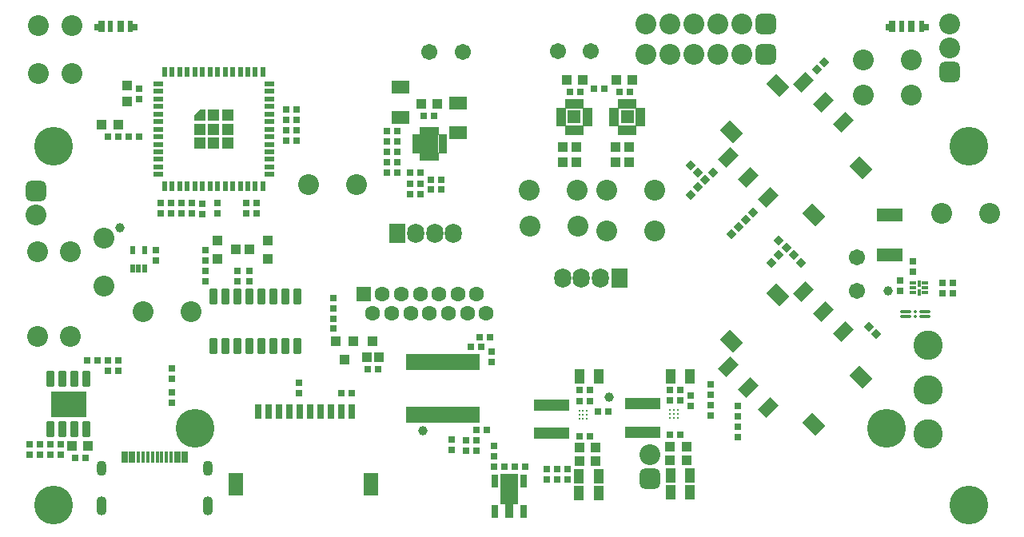
<source format=gts>
G04*
G04 #@! TF.GenerationSoftware,Altium Limited,Altium Designer,18.1.7 (191)*
G04*
G04 Layer_Color=8388736*
%FSLAX44Y44*%
%MOMM*%
G71*
G01*
G75*
%ADD49R,0.5500X1.3000*%
%ADD59R,0.8032X0.8032*%
G04:AMPARAMS|DCode=60|XSize=1.7532mm|YSize=0.8732mm|CornerRadius=0.1351mm|HoleSize=0mm|Usage=FLASHONLY|Rotation=90.000|XOffset=0mm|YOffset=0mm|HoleType=Round|Shape=RoundedRectangle|*
%AMROUNDEDRECTD60*
21,1,1.7532,0.6030,0,0,90.0*
21,1,1.4830,0.8732,0,0,90.0*
1,1,0.2702,0.3015,0.7415*
1,1,0.2702,0.3015,-0.7415*
1,1,0.2702,-0.3015,-0.7415*
1,1,0.2702,-0.3015,0.7415*
%
%ADD60ROUNDEDRECTD60*%
%ADD61R,0.8032X0.8032*%
%ADD62R,0.5000X0.8500*%
%ADD63R,1.0032X0.6032*%
%ADD64R,0.6032X1.0032*%
%ADD65R,0.6032X0.6032*%
%ADD66R,1.2032X1.2032*%
%ADD67R,0.6000X1.3000*%
%ADD68R,0.8000X1.3000*%
%ADD69R,0.6500X1.3000*%
%ADD70R,1.1000X0.6500*%
%ADD71R,1.1032X1.1032*%
%ADD72R,1.1032X1.1032*%
%ADD73R,1.1032X1.0032*%
%ADD74R,1.9032X1.3532*%
%ADD75R,0.8332X0.5032*%
%ADD76R,0.5032X0.8332*%
%ADD77R,1.9532X1.9532*%
%ADD78R,1.4332X1.4332*%
%ADD79R,1.0032X0.5032*%
%ADD80R,0.5032X1.0032*%
G04:AMPARAMS|DCode=81|XSize=1.8mm|YSize=1.3mm|CornerRadius=0mm|HoleSize=0mm|Usage=FLASHONLY|Rotation=225.000|XOffset=0mm|YOffset=0mm|HoleType=Round|Shape=Rectangle|*
%AMROTATEDRECTD81*
4,1,4,0.1768,1.0960,1.0960,0.1768,-0.1768,-1.0960,-1.0960,-0.1768,0.1768,1.0960,0.0*
%
%ADD81ROTATEDRECTD81*%

G04:AMPARAMS|DCode=82|XSize=1.5mm|YSize=2mm|CornerRadius=0mm|HoleSize=0mm|Usage=FLASHONLY|Rotation=225.000|XOffset=0mm|YOffset=0mm|HoleType=Round|Shape=Rectangle|*
%AMROTATEDRECTD82*
4,1,4,-0.1768,1.2374,1.2374,-0.1768,0.1768,-1.2374,-1.2374,0.1768,-0.1768,1.2374,0.0*
%
%ADD82ROTATEDRECTD82*%

%ADD83P,1.1359X4X360.0*%
%ADD84P,1.1359X4X270.0*%
%ADD85R,2.7032X1.4032*%
%ADD86R,0.4500X0.7300*%
%ADD87R,0.6800X0.4000*%
%ADD88O,1.3500X0.3500*%
%ADD89C,0.3500*%
%ADD90O,1.3500X0.3500*%
%ADD91R,1.1032X1.5032*%
%ADD92C,0.3300*%
%ADD93R,3.8000X1.2000*%
%ADD94C,1.0032*%
%ADD95R,1.9500X3.2250*%
%ADD96R,0.6500X1.4000*%
%ADD97R,0.9000X1.6000*%
%ADD98R,1.0032X1.1032*%
%ADD99R,0.6532X1.7532*%
%ADD100R,0.7000X1.6000*%
%ADD101R,1.6000X2.4400*%
%ADD102R,3.7132X2.8232*%
G04:AMPARAMS|DCode=103|XSize=1.7532mm|YSize=0.8032mm|CornerRadius=0.1316mm|HoleSize=0mm|Usage=FLASHONLY|Rotation=270.000|XOffset=0mm|YOffset=0mm|HoleType=Round|Shape=RoundedRectangle|*
%AMROUNDEDRECTD103*
21,1,1.7532,0.5400,0,0,270.0*
21,1,1.4900,0.8032,0,0,270.0*
1,1,0.2632,-0.2700,-0.7450*
1,1,0.2632,-0.2700,0.7450*
1,1,0.2632,0.2700,0.7450*
1,1,0.2632,0.2700,-0.7450*
%
%ADD103ROUNDEDRECTD103*%
%ADD104R,0.4000X1.2000*%
%ADD105R,0.7000X1.2000*%
%ADD106C,1.6000*%
%ADD107R,1.6000X1.6000*%
%ADD108C,2.2032*%
%ADD109C,3.1000*%
G04:AMPARAMS|DCode=110|XSize=2.2032mm|YSize=2.2032mm|CornerRadius=0.6016mm|HoleSize=0mm|Usage=FLASHONLY|Rotation=0.000|XOffset=0mm|YOffset=0mm|HoleType=Round|Shape=RoundedRectangle|*
%AMROUNDEDRECTD110*
21,1,2.2032,1.0000,0,0,0.0*
21,1,1.0000,2.2032,0,0,0.0*
1,1,1.2032,0.5000,-0.5000*
1,1,1.2032,-0.5000,-0.5000*
1,1,1.2032,-0.5000,0.5000*
1,1,1.2032,0.5000,0.5000*
%
%ADD110ROUNDEDRECTD110*%
G04:AMPARAMS|DCode=111|XSize=2.2032mm|YSize=2.2032mm|CornerRadius=0.6016mm|HoleSize=0mm|Usage=FLASHONLY|Rotation=270.000|XOffset=0mm|YOffset=0mm|HoleType=Round|Shape=RoundedRectangle|*
%AMROUNDEDRECTD111*
21,1,2.2032,1.0000,0,0,270.0*
21,1,1.0000,2.2032,0,0,270.0*
1,1,1.2032,-0.5000,-0.5000*
1,1,1.2032,-0.5000,0.5000*
1,1,1.2032,0.5000,0.5000*
1,1,1.2032,0.5000,-0.5000*
%
%ADD111ROUNDEDRECTD111*%
%ADD112C,0.1000*%
%ADD113R,0.1000X0.1000*%
%ADD114O,1.1000X2.0000*%
%ADD115O,1.1000X1.6000*%
%ADD116C,4.1000*%
%ADD117C,1.7032*%
%ADD118O,1.8000X2.1000*%
%ADD119R,1.8000X2.1000*%
G36*
X194500Y444000D02*
Y432000D01*
X182500D01*
Y438000D01*
X182500D01*
X188500Y444000D01*
X194500D01*
D02*
G37*
D49*
X94250Y531875D02*
D03*
X932250D02*
D03*
D59*
X577900Y63300D02*
D03*
X577901Y52299D02*
D03*
X567000Y63300D02*
D03*
X567001Y52299D02*
D03*
X556000Y63300D02*
D03*
X556001Y52299D02*
D03*
X124001Y454999D02*
D03*
X124000Y466000D02*
D03*
X194499Y273001D02*
D03*
X194500Y262000D02*
D03*
X228499Y273001D02*
D03*
X228500Y262000D02*
D03*
X147501Y333499D02*
D03*
X147500Y344500D02*
D03*
X158500D02*
D03*
X158501Y333499D02*
D03*
X169499Y344501D02*
D03*
X169500Y333500D02*
D03*
X191499Y344276D02*
D03*
X191500Y333275D02*
D03*
X206999Y344501D02*
D03*
X207000Y333500D02*
D03*
X194499Y295001D02*
D03*
X194500Y284000D02*
D03*
X943999Y282719D02*
D03*
X944000Y271719D02*
D03*
X248999Y344501D02*
D03*
X249000Y333500D02*
D03*
X397999Y421001D02*
D03*
X398000Y410000D02*
D03*
X387001Y409999D02*
D03*
X387000Y421000D02*
D03*
X387001Y387999D02*
D03*
X387000Y399000D02*
D03*
X397999Y399001D02*
D03*
X398000Y388000D02*
D03*
X240999Y273001D02*
D03*
X241000Y262000D02*
D03*
X975502Y248875D02*
D03*
X975501Y259876D02*
D03*
X986501Y248875D02*
D03*
X986500Y259876D02*
D03*
X930499Y263001D02*
D03*
X930500Y252000D02*
D03*
X758501Y118499D02*
D03*
X758500Y129500D02*
D03*
X758502Y96499D02*
D03*
X758501Y107500D02*
D03*
X730000Y142000D02*
D03*
X729999Y153001D02*
D03*
X730001Y119999D02*
D03*
X730000Y131000D02*
D03*
X708999Y140501D02*
D03*
X709000Y129500D02*
D03*
X500001Y76499D02*
D03*
X500000Y87500D02*
D03*
X455749Y94401D02*
D03*
X455750Y83400D02*
D03*
X497499Y187001D02*
D03*
X497500Y176000D02*
D03*
X330500Y233500D02*
D03*
X330499Y244501D02*
D03*
X142001Y283999D02*
D03*
X142000Y295000D02*
D03*
X158999Y169501D02*
D03*
X159000Y158500D02*
D03*
X158999Y144565D02*
D03*
X159000Y133564D02*
D03*
X41001Y77999D02*
D03*
X41000Y89000D02*
D03*
X30001Y77999D02*
D03*
X30000Y89000D02*
D03*
X19000Y78000D02*
D03*
X18999Y89001D02*
D03*
X8001Y77999D02*
D03*
X8000Y89000D02*
D03*
X293500Y154000D02*
D03*
X293501Y142999D02*
D03*
X330500Y222500D02*
D03*
X330501Y211499D02*
D03*
X180500Y333500D02*
D03*
X180499Y344501D02*
D03*
X237999D02*
D03*
X238000Y333500D02*
D03*
D60*
X279000Y246000D02*
D03*
X266300Y246000D02*
D03*
X253600D02*
D03*
X240900D02*
D03*
X228200D02*
D03*
X291700D02*
D03*
X202800Y193000D02*
D03*
X215500D02*
D03*
X228200D02*
D03*
X240900Y193000D02*
D03*
X253600D02*
D03*
X266300Y193000D02*
D03*
X279000D02*
D03*
X291700D02*
D03*
X215500Y246000D02*
D03*
X202800D02*
D03*
D61*
X80001Y178251D02*
D03*
X69000Y178250D02*
D03*
X102001Y178251D02*
D03*
X91000Y178250D02*
D03*
X90999Y167249D02*
D03*
X102000Y167250D02*
D03*
X113289Y414998D02*
D03*
X124290Y414999D02*
D03*
X90999D02*
D03*
X102000Y415000D02*
D03*
X621001Y123631D02*
D03*
X610000Y123630D02*
D03*
X291001Y443501D02*
D03*
X280000Y443500D02*
D03*
X291001Y432501D02*
D03*
X280000Y432500D02*
D03*
X279999Y421499D02*
D03*
X291000Y421500D02*
D03*
X279999Y410499D02*
D03*
X291000Y410500D02*
D03*
X437001Y437001D02*
D03*
X426000Y437000D02*
D03*
X398001Y377001D02*
D03*
X387000Y377000D02*
D03*
X411499Y376723D02*
D03*
X422500Y376724D02*
D03*
X411499Y365499D02*
D03*
X422500Y365500D02*
D03*
X411538Y354499D02*
D03*
X422539Y354500D02*
D03*
X444501Y369537D02*
D03*
X433500Y369536D02*
D03*
X444501Y359001D02*
D03*
X433500Y359000D02*
D03*
X643901Y462401D02*
D03*
X632900Y462400D02*
D03*
X617501Y465501D02*
D03*
X606500Y465500D02*
D03*
X686999Y146999D02*
D03*
X698000Y147000D02*
D03*
X686999Y98999D02*
D03*
X698000Y99000D02*
D03*
X601602Y134501D02*
D03*
X590601Y134500D02*
D03*
X511001Y65501D02*
D03*
X500000Y65500D02*
D03*
X521999Y65499D02*
D03*
X533000Y65500D02*
D03*
X481999Y104499D02*
D03*
X493000Y104500D02*
D03*
X482001Y93501D02*
D03*
X471000Y93500D02*
D03*
X482001Y82501D02*
D03*
X471000Y82500D02*
D03*
X495800Y203001D02*
D03*
X484799Y203000D02*
D03*
X475499Y192499D02*
D03*
X486500Y192500D02*
D03*
X366499Y168499D02*
D03*
X377500Y168500D02*
D03*
X338499Y142999D02*
D03*
X349500Y143000D02*
D03*
X67501Y75001D02*
D03*
X56500Y75000D02*
D03*
X698000Y135750D02*
D03*
X686999Y135749D02*
D03*
X601500Y98000D02*
D03*
X590499Y97999D02*
D03*
X590500Y147000D02*
D03*
X601501Y147001D02*
D03*
X580400Y462400D02*
D03*
X591401Y462401D02*
D03*
D62*
X117315Y275000D02*
D03*
X123815D02*
D03*
X130315D02*
D03*
Y294500D02*
D03*
X117315D02*
D03*
D63*
X262500Y471000D02*
D03*
Y463000D02*
D03*
Y455000D02*
D03*
Y447000D02*
D03*
Y439000D02*
D03*
Y431000D02*
D03*
Y423000D02*
D03*
Y415000D02*
D03*
Y407000D02*
D03*
Y399000D02*
D03*
Y391000D02*
D03*
Y383000D02*
D03*
Y375000D02*
D03*
X144500D02*
D03*
Y383000D02*
D03*
Y391000D02*
D03*
Y399000D02*
D03*
Y407000D02*
D03*
Y415000D02*
D03*
Y423000D02*
D03*
Y431000D02*
D03*
Y439000D02*
D03*
Y447000D02*
D03*
Y455000D02*
D03*
Y463000D02*
D03*
Y471000D02*
D03*
D64*
X255500Y362500D02*
D03*
X247500D02*
D03*
X239500D02*
D03*
X231500D02*
D03*
X223500D02*
D03*
X215500D02*
D03*
X207500D02*
D03*
X199500D02*
D03*
X191500D02*
D03*
X183500D02*
D03*
X175500D02*
D03*
X167500D02*
D03*
X159500D02*
D03*
X151500D02*
D03*
X255500Y483500D02*
D03*
X247500D02*
D03*
X239500D02*
D03*
X231500D02*
D03*
X223500D02*
D03*
X215500D02*
D03*
X207500D02*
D03*
X199500D02*
D03*
X191500D02*
D03*
X183500D02*
D03*
X175500D02*
D03*
X167500D02*
D03*
X159500D02*
D03*
X151500D02*
D03*
D65*
X191500Y435000D02*
D03*
D66*
X203500Y438000D02*
D03*
X218500D02*
D03*
Y423000D02*
D03*
X203500D02*
D03*
X188500D02*
D03*
Y408000D02*
D03*
X203500D02*
D03*
X218500D02*
D03*
D67*
X115500Y531875D02*
D03*
X953500D02*
D03*
D68*
X104500D02*
D03*
X942500D02*
D03*
D69*
X84250D02*
D03*
X922250D02*
D03*
D70*
X118000Y531125D02*
D03*
X82000D02*
D03*
X956000D02*
D03*
X920000D02*
D03*
D71*
X111500Y469000D02*
D03*
Y452000D02*
D03*
X573400Y387900D02*
D03*
Y403900D02*
D03*
X587400Y387900D02*
D03*
Y403900D02*
D03*
X629400Y387900D02*
D03*
Y403900D02*
D03*
X643400Y387900D02*
D03*
Y403900D02*
D03*
D72*
X85000Y427500D02*
D03*
X102000D02*
D03*
X423000Y449500D02*
D03*
X440000Y449500D02*
D03*
X629900Y474900D02*
D03*
X646900D02*
D03*
X577400D02*
D03*
X594400D02*
D03*
X704000Y86500D02*
D03*
X687000Y86500D02*
D03*
X704000Y72500D02*
D03*
X687000D02*
D03*
X607500Y71500D02*
D03*
X590500D02*
D03*
X607500Y85500D02*
D03*
X590500D02*
D03*
X53500Y87500D02*
D03*
X70500D02*
D03*
D73*
X227000Y295500D02*
D03*
X207000Y286000D02*
D03*
Y305000D02*
D03*
X241000Y295500D02*
D03*
X261000Y305000D02*
D03*
Y286000D02*
D03*
D74*
X401500Y435750D02*
D03*
Y467250D02*
D03*
X462500Y419250D02*
D03*
X462500Y450750D02*
D03*
D75*
X445850Y400000D02*
D03*
Y405000D02*
D03*
X445850Y410000D02*
D03*
Y415000D02*
D03*
X418150D02*
D03*
Y410000D02*
D03*
X418150Y405000D02*
D03*
Y400000D02*
D03*
D76*
X439500Y421350D02*
D03*
X434500D02*
D03*
X429500D02*
D03*
X424500D02*
D03*
Y393650D02*
D03*
X429500Y393650D02*
D03*
X434500D02*
D03*
X439500D02*
D03*
D77*
X432000Y407500D02*
D03*
D78*
X641400Y435900D02*
D03*
X585400Y435900D02*
D03*
D79*
X655650Y443400D02*
D03*
X655650Y438400D02*
D03*
X655650Y433400D02*
D03*
Y428400D02*
D03*
X627150D02*
D03*
X627150Y433400D02*
D03*
Y438400D02*
D03*
X627150Y443400D02*
D03*
X599650D02*
D03*
Y438400D02*
D03*
Y433400D02*
D03*
X599650Y428400D02*
D03*
X571150D02*
D03*
X571150Y433400D02*
D03*
Y438400D02*
D03*
X571150Y443400D02*
D03*
D80*
X648900Y421650D02*
D03*
X643900D02*
D03*
X638900D02*
D03*
X633900D02*
D03*
X633900Y450150D02*
D03*
X638900D02*
D03*
X643900D02*
D03*
X648900Y450150D02*
D03*
X592900Y421650D02*
D03*
X587900D02*
D03*
X582900D02*
D03*
X577900D02*
D03*
Y450150D02*
D03*
X582900D02*
D03*
X587900D02*
D03*
X592900D02*
D03*
D81*
X748229Y392868D02*
D03*
X769442Y371655D02*
D03*
X790655Y350442D02*
D03*
X828132Y472771D02*
D03*
X849345Y451558D02*
D03*
X870558Y430345D02*
D03*
X748229Y170868D02*
D03*
X769442Y149655D02*
D03*
X790655Y128442D02*
D03*
X828132Y250771D02*
D03*
X849345Y229558D02*
D03*
X870558Y208345D02*
D03*
D82*
X751411Y420092D02*
D03*
X800908Y469589D02*
D03*
X839092Y332411D02*
D03*
X888589Y381908D02*
D03*
X751411Y198092D02*
D03*
X800908Y247589D02*
D03*
X839092Y110411D02*
D03*
X888589Y159908D02*
D03*
D83*
X842111Y486110D02*
D03*
X849889Y493889D02*
D03*
X724222Y369221D02*
D03*
X732000Y377000D02*
D03*
X708611Y353610D02*
D03*
X716389Y361389D02*
D03*
X767111Y327110D02*
D03*
X774889Y334889D02*
D03*
X751611Y311610D02*
D03*
X759389Y319389D02*
D03*
X801889Y289390D02*
D03*
X794111Y281611D02*
D03*
D84*
X708610Y384889D02*
D03*
X716389Y377111D02*
D03*
X802110Y304889D02*
D03*
X809889Y297111D02*
D03*
X825390Y281611D02*
D03*
X817611Y289389D02*
D03*
X897110Y213389D02*
D03*
X904889Y205611D02*
D03*
D85*
X919500Y332500D02*
D03*
Y289500D02*
D03*
D86*
X950500Y250350D02*
D03*
Y259650D02*
D03*
D87*
X944100Y250000D02*
D03*
Y255000D02*
D03*
Y260000D02*
D03*
X956900D02*
D03*
Y255000D02*
D03*
Y250000D02*
D03*
D88*
X956500Y230000D02*
D03*
Y225000D02*
D03*
D89*
X946500Y230000D02*
D03*
Y225000D02*
D03*
D90*
X936500Y230000D02*
D03*
Y225000D02*
D03*
D91*
X687001Y161501D02*
D03*
X708001D02*
D03*
X687001Y56501D02*
D03*
X708001D02*
D03*
X687001Y38501D02*
D03*
X708001D02*
D03*
X590501Y161501D02*
D03*
X611501D02*
D03*
X590001Y37501D02*
D03*
X611001D02*
D03*
X590001Y55501D02*
D03*
X611001D02*
D03*
D92*
X695000Y125500D02*
D03*
Y121500D02*
D03*
Y117500D02*
D03*
X691000Y125500D02*
D03*
X691000Y121500D02*
D03*
X691000Y117500D02*
D03*
X687000Y125500D02*
D03*
Y121500D02*
D03*
Y117500D02*
D03*
X598500Y124500D02*
D03*
Y120500D02*
D03*
Y116500D02*
D03*
X594500Y124500D02*
D03*
X594500Y120500D02*
D03*
X594500Y116500D02*
D03*
X590500Y124500D02*
D03*
X590500Y120500D02*
D03*
X590500Y116500D02*
D03*
D93*
X658000Y102000D02*
D03*
Y132000D02*
D03*
X561500Y101000D02*
D03*
X561500Y131000D02*
D03*
D94*
X622000Y139130D02*
D03*
X425000Y103878D02*
D03*
X103753Y319000D02*
D03*
X918000Y252000D02*
D03*
D95*
X516500Y41500D02*
D03*
D96*
X501500Y50620D02*
D03*
X531500D02*
D03*
X531500Y17620D02*
D03*
X501500D02*
D03*
D97*
X516500Y18620D02*
D03*
D98*
X342000Y178750D02*
D03*
X332500Y198750D02*
D03*
X351500D02*
D03*
X372000D02*
D03*
X378500Y181250D02*
D03*
X365500D02*
D03*
D99*
X462250Y120500D02*
D03*
X468750D02*
D03*
X475250D02*
D03*
X481750D02*
D03*
X455750Y120500D02*
D03*
X449250Y120500D02*
D03*
X442750D02*
D03*
X436250D02*
D03*
X429750D02*
D03*
X423250D02*
D03*
X416750D02*
D03*
X410250D02*
D03*
Y176500D02*
D03*
X416750D02*
D03*
X481750Y176500D02*
D03*
X475250Y176500D02*
D03*
X468750D02*
D03*
X462250D02*
D03*
X455750D02*
D03*
X449250D02*
D03*
X442750D02*
D03*
X436250D02*
D03*
X429750D02*
D03*
X423250D02*
D03*
D100*
X327500Y124200D02*
D03*
X316500D02*
D03*
X305500D02*
D03*
X294500D02*
D03*
X283500D02*
D03*
X272500D02*
D03*
X261500D02*
D03*
X250500D02*
D03*
X349500D02*
D03*
X338500D02*
D03*
D101*
X226800Y46500D02*
D03*
X370200D02*
D03*
D102*
X49501Y131866D02*
D03*
D103*
X30450Y159000D02*
D03*
X43150D02*
D03*
X55850D02*
D03*
X68550D02*
D03*
Y105000D02*
D03*
X55850D02*
D03*
X43150D02*
D03*
X30450D02*
D03*
D104*
X158500Y75250D02*
D03*
X153500D02*
D03*
X148500D02*
D03*
X143520D02*
D03*
X138500D02*
D03*
X133500D02*
D03*
X128500D02*
D03*
X123500D02*
D03*
D105*
X173000D02*
D03*
X165000D02*
D03*
X117000D02*
D03*
X109000D02*
D03*
D106*
X492000Y228000D02*
D03*
X482000Y248000D02*
D03*
X472000Y228000D02*
D03*
X462000Y248000D02*
D03*
X452000Y228000D02*
D03*
X442000Y248000D02*
D03*
X432000Y228000D02*
D03*
X422000Y248000D02*
D03*
X412000Y228000D02*
D03*
X402000Y248000D02*
D03*
X392000Y228000D02*
D03*
X382000Y248000D02*
D03*
X372000Y228000D02*
D03*
D107*
X362000Y248000D02*
D03*
D108*
X87500Y257100D02*
D03*
Y307900D02*
D03*
X15000Y331800D02*
D03*
X711900Y534600D02*
D03*
X737300D02*
D03*
X762700D02*
D03*
X686500D02*
D03*
X661100D02*
D03*
X711800Y502000D02*
D03*
X737200D02*
D03*
X762600D02*
D03*
X686400D02*
D03*
X661000D02*
D03*
X983000Y534900D02*
D03*
Y509500D02*
D03*
X665000Y78200D02*
D03*
X974100Y333500D02*
D03*
X1024900D02*
D03*
X891600Y496000D02*
D03*
X942400D02*
D03*
Y459500D02*
D03*
X891600D02*
D03*
X53500Y481600D02*
D03*
Y532400D02*
D03*
X17500D02*
D03*
Y481600D02*
D03*
X17000Y203500D02*
D03*
Y293500D02*
D03*
X52000Y203500D02*
D03*
Y293500D02*
D03*
X128553Y230000D02*
D03*
X179352D02*
D03*
X354400Y364500D02*
D03*
X303600Y364500D02*
D03*
X619600Y358500D02*
D03*
X670400D02*
D03*
X588415D02*
D03*
X537615D02*
D03*
X589400Y320000D02*
D03*
X538600D02*
D03*
X619700Y315000D02*
D03*
X670500D02*
D03*
D109*
X960000Y194000D02*
D03*
Y147000D02*
D03*
Y100000D02*
D03*
D110*
X15000Y357200D02*
D03*
X983000Y484100D02*
D03*
X665000Y52800D02*
D03*
D111*
X788100Y534600D02*
D03*
X788000Y502000D02*
D03*
D112*
X819647Y323572D02*
D03*
X897428Y401354D02*
D03*
X819647Y101572D02*
D03*
X897428Y179354D02*
D03*
D113*
X248500Y94700D02*
D03*
X348500D02*
D03*
D114*
X84800Y23750D02*
D03*
X197200D02*
D03*
D115*
Y63750D02*
D03*
X84800D02*
D03*
D116*
X183750Y106500D02*
D03*
X916250D02*
D03*
X1003500Y404950D02*
D03*
Y25000D02*
D03*
X33500D02*
D03*
Y405000D02*
D03*
D117*
X885000Y252000D02*
D03*
Y287000D02*
D03*
X603000Y506000D02*
D03*
X568000D02*
D03*
X432000Y504500D02*
D03*
X467000Y504500D02*
D03*
D118*
X457500Y313000D02*
D03*
X437500Y313000D02*
D03*
X417500Y313000D02*
D03*
X573000Y265000D02*
D03*
X593000D02*
D03*
X613000D02*
D03*
D119*
X397500Y313000D02*
D03*
X633000Y265000D02*
D03*
M02*

</source>
